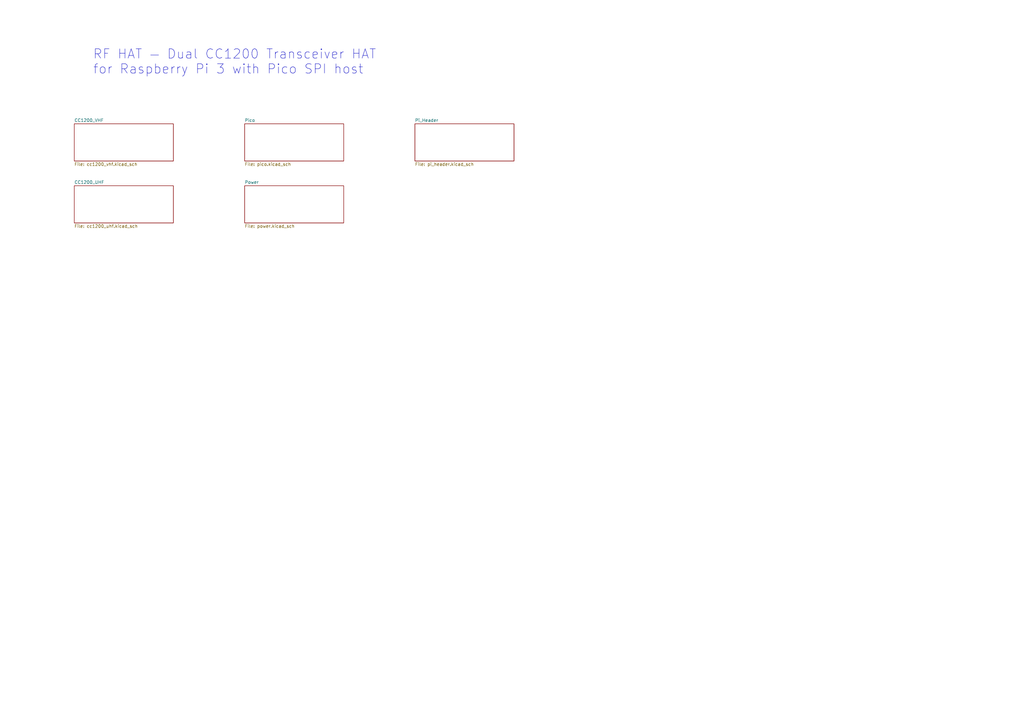
<source format=kicad_sch>
(kicad_sch
	(version 20250114)
	(generator "eeschema")
	(generator_version "9.0")
	(uuid "2911cfb4-d970-4141-8275-8153133b791c")
	(paper "A3")
	(title_block
		(title "RF HAT - Dual CC1200 Transceiver")
		(date "2026-03-01")
		(rev "0.1")
		(comment 1 "144 MHz + 432 MHz CC1200 on Raspberry Pi HAT")
		(comment 2 "SPI host: Raspberry Pi Pico dev board")
	)
	(lib_symbols)
	(text "RF HAT — Dual CC1200 Transceiver HAT\nfor Raspberry Pi 3 with Pico SPI host"
		(exclude_from_sim no)
		(at 38.1 25.4 0)
		(effects
			(font
				(size 3.81 3.81)
			)
			(justify left)
		)
	)
	(sheet
		(at 30.48 50.8)
		(size 40.64 15.24)
		(exclude_from_sim no)
		(in_bom yes)
		(on_board yes)
		(dnp no)
		(fields_autoplaced yes)
		(stroke
			(width 0.1524)
			(type solid)
		)
		(fill
			(color 0 0 0 0.0000)
		)
		(uuid "b1000001-cc12-4a00-a001-000000000001")
		(property "Sheetname" "CC1200_VHF"
			(at 30.48 50.0884 0)
			(effects
				(font
					(size 1.27 1.27)
				)
				(justify left bottom)
			)
		)
		(property "Sheetfile" "cc1200_vhf.kicad_sch"
			(at 30.48 66.6246 0)
			(effects
				(font
					(size 1.27 1.27)
				)
				(justify left top)
			)
		)
	)
	(sheet
		(at 30.48 76.2)
		(size 40.64 15.24)
		(exclude_from_sim no)
		(in_bom yes)
		(on_board yes)
		(dnp no)
		(fields_autoplaced yes)
		(stroke
			(width 0.1524)
			(type solid)
		)
		(fill
			(color 0 0 0 0.0000)
		)
		(uuid "b1000001-cc12-4a00-a001-000000000002")
		(property "Sheetname" "CC1200_UHF"
			(at 30.48 75.4884 0)
			(effects
				(font
					(size 1.27 1.27)
				)
				(justify left bottom)
			)
		)
		(property "Sheetfile" "cc1200_uhf.kicad_sch"
			(at 30.48 92.0246 0)
			(effects
				(font
					(size 1.27 1.27)
				)
				(justify left top)
			)
		)
	)
	(sheet
		(at 100.33 50.8)
		(size 40.64 15.24)
		(exclude_from_sim no)
		(in_bom yes)
		(on_board yes)
		(dnp no)
		(fields_autoplaced yes)
		(stroke
			(width 0.1524)
			(type solid)
		)
		(fill
			(color 0 0 0 0.0000)
		)
		(uuid "b1000001-cc12-4a00-a001-000000000003")
		(property "Sheetname" "Pico"
			(at 100.33 50.0884 0)
			(effects
				(font
					(size 1.27 1.27)
				)
				(justify left bottom)
			)
		)
		(property "Sheetfile" "pico.kicad_sch"
			(at 100.33 66.6246 0)
			(effects
				(font
					(size 1.27 1.27)
				)
				(justify left top)
			)
		)
	)
	(sheet
		(at 100.33 76.2)
		(size 40.64 15.24)
		(exclude_from_sim no)
		(in_bom yes)
		(on_board yes)
		(dnp no)
		(fields_autoplaced yes)
		(stroke
			(width 0.1524)
			(type solid)
		)
		(fill
			(color 0 0 0 0.0000)
		)
		(uuid "b1000001-cc12-4a00-a001-000000000004")
		(property "Sheetname" "Power"
			(at 100.33 75.4884 0)
			(effects
				(font
					(size 1.27 1.27)
				)
				(justify left bottom)
			)
		)
		(property "Sheetfile" "power.kicad_sch"
			(at 100.33 92.0246 0)
			(effects
				(font
					(size 1.27 1.27)
				)
				(justify left top)
			)
		)
	)
	(sheet
		(at 170.18 50.8)
		(size 40.64 15.24)
		(exclude_from_sim no)
		(in_bom yes)
		(on_board yes)
		(dnp no)
		(fields_autoplaced yes)
		(stroke
			(width 0.1524)
			(type solid)
		)
		(fill
			(color 0 0 0 0.0000)
		)
		(uuid "b1000001-cc12-4a00-a001-000000000005")
		(property "Sheetname" "Pi_Header"
			(at 170.18 50.0884 0)
			(effects
				(font
					(size 1.27 1.27)
				)
				(justify left bottom)
			)
		)
		(property "Sheetfile" "pi_header.kicad_sch"
			(at 170.18 66.6246 0)
			(effects
				(font
					(size 1.27 1.27)
				)
				(justify left top)
			)
		)
	)
	(sheet_instances
		(path "/"
			(page "1")
		)
	)
)

</source>
